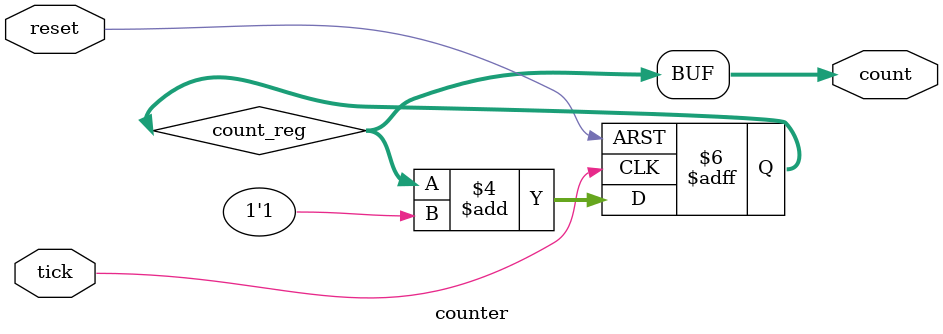
<source format=sv>
module counter #(parameter COUNTER_BIT = 32)
    (
        input wire tick,
        input wire reset,
        // input wire enable,
        output wire [COUNTER_BIT-1:0] count
    );

reg [COUNTER_BIT-1:0] count_reg = 0;
assign count = count_reg;


always @(posedge tick or posedge reset) begin
  if(reset == 1'b1) begin
    count_reg = 0; //
  end else if (tick == 1'b1) begin
      count_reg = count_reg + 1'b1; 
  end
end


endmodule

</source>
